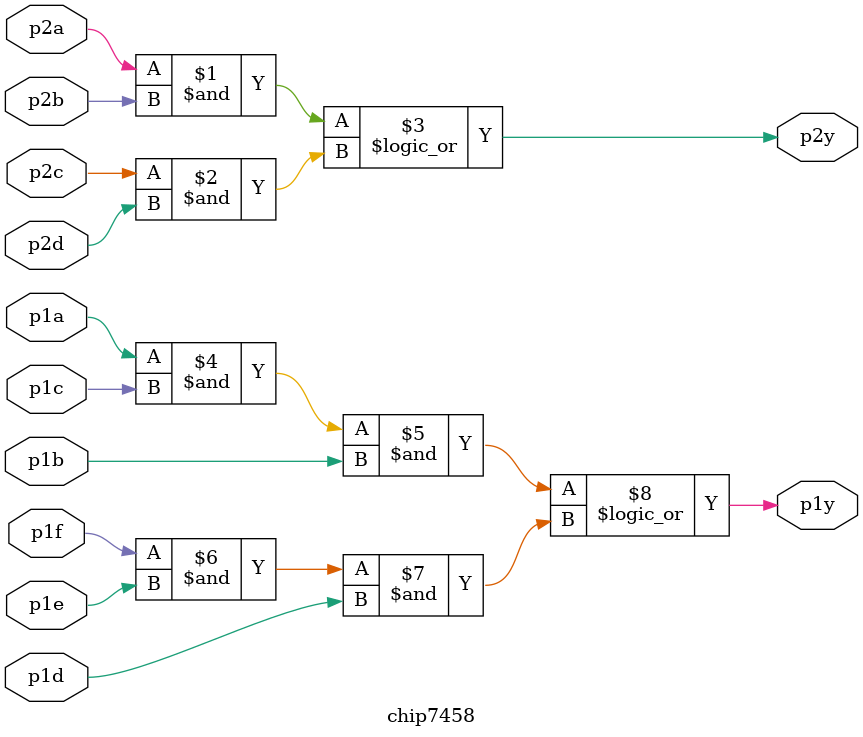
<source format=v>
module chip7458 ( 
    input  p1a, p1b, p1c, p1d, p1e, p1f,
    output  p1y,
    input  p2a, p2b, p2c, p2d,
    output  p2y );
    
    assign p2y=(p2a&p2b)||(p2c&p2d);
    assign p1y=(p1a&p1c&p1b)||(p1f&p1e&p1d);

endmodule
</source>
